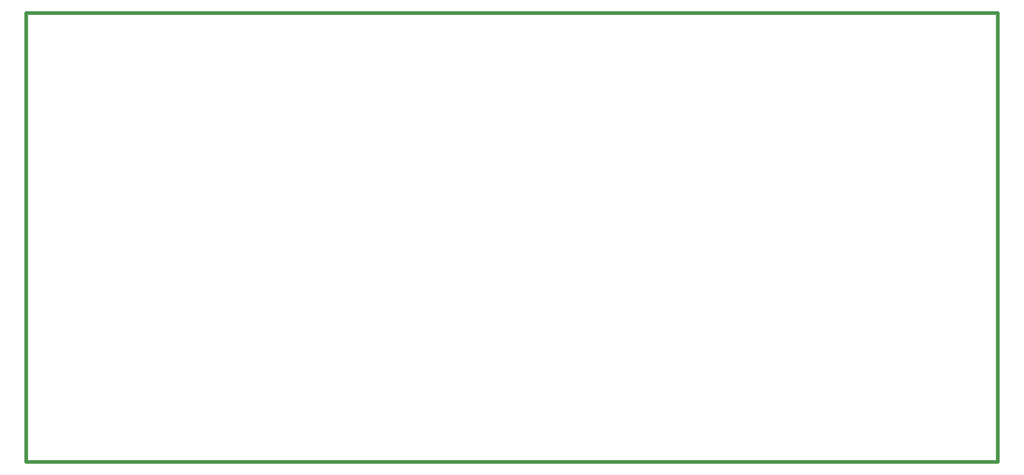
<source format=gbr>
%TF.GenerationSoftware,KiCad,Pcbnew,(5.1.6)-1*%
%TF.CreationDate,2020-11-27T14:01:37-07:00*%
%TF.ProjectId,NFCPower10,4e464350-6f77-4657-9231-302e6b696361,1*%
%TF.SameCoordinates,Original*%
%TF.FileFunction,Profile,NP*%
%FSLAX46Y46*%
G04 Gerber Fmt 4.6, Leading zero omitted, Abs format (unit mm)*
G04 Created by KiCad (PCBNEW (5.1.6)-1) date 2020-11-27 14:01:37*
%MOMM*%
%LPD*%
G01*
G04 APERTURE LIST*
%TA.AperFunction,Profile*%
%ADD10C,1.000000*%
%TD*%
G04 APERTURE END LIST*
D10*
X78500000Y-80000000D02*
X78500000Y-205000000D01*
X348500000Y-80000000D02*
X78500000Y-80000000D01*
X348500000Y-205000000D02*
X348500000Y-80000000D01*
X78500000Y-205000000D02*
X348500000Y-205000000D01*
M02*

</source>
